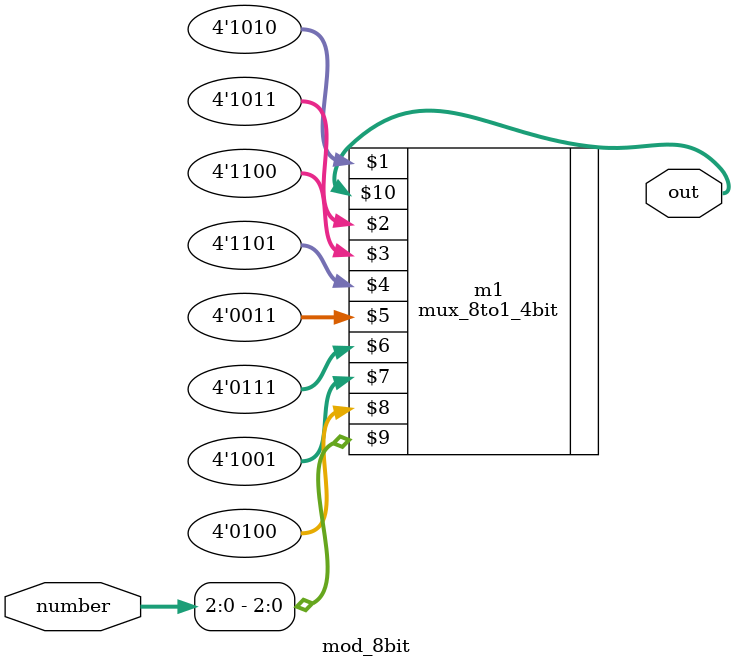
<source format=v>
`include "mux_8to1_4bit.v"
module mod_8bit(input [7:0]number,output [3:0]out);
//Write your code here

mux_8to1_4bit m1(4'b1010, 4'b1011, 4'b1100, 4'b1101, 4'b0011, 4'b0111, 4'b1001, 4'b0100, number[2:0], out);

//End of your code
endmodule
</source>
